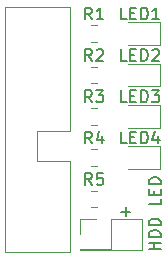
<source format=gbr>
G04 #@! TF.GenerationSoftware,KiCad,Pcbnew,(5.1.0-0)*
G04 #@! TF.CreationDate,2019-08-08T23:34:54-04:00*
G04 #@! TF.ProjectId,Dell Optiplex Front Panel LED Indicator Adapter,44656c6c-204f-4707-9469-706c65782046,rev?*
G04 #@! TF.SameCoordinates,Original*
G04 #@! TF.FileFunction,Legend,Top*
G04 #@! TF.FilePolarity,Positive*
%FSLAX46Y46*%
G04 Gerber Fmt 4.6, Leading zero omitted, Abs format (unit mm)*
G04 Created by KiCad (PCBNEW (5.1.0-0)) date 2019-08-08 23:34:54*
%MOMM*%
%LPD*%
G04 APERTURE LIST*
%ADD10C,0.120000*%
%ADD11C,0.150000*%
G04 APERTURE END LIST*
D10*
X143000000Y-84000000D02*
X148500000Y-84000000D01*
X143000000Y-63250000D02*
X143000000Y-84000000D01*
X148500000Y-63250000D02*
X143000000Y-63250000D01*
X148500000Y-73750000D02*
X148500000Y-63250000D01*
X145750000Y-73750000D02*
X148500000Y-73750000D01*
X145750000Y-76250000D02*
X145750000Y-73750000D01*
X148500000Y-76250000D02*
X145750000Y-76250000D01*
X148500000Y-84000000D02*
X148500000Y-76250000D01*
D11*
X152869047Y-80571428D02*
X153630952Y-80571428D01*
X153250000Y-80952380D02*
X153250000Y-80190476D01*
X156202380Y-83773809D02*
X155202380Y-83773809D01*
X155678571Y-83773809D02*
X155678571Y-83202380D01*
X156202380Y-83202380D02*
X155202380Y-83202380D01*
X156202380Y-82726190D02*
X155202380Y-82726190D01*
X155202380Y-82488095D01*
X155250000Y-82345238D01*
X155345238Y-82250000D01*
X155440476Y-82202380D01*
X155630952Y-82154761D01*
X155773809Y-82154761D01*
X155964285Y-82202380D01*
X156059523Y-82250000D01*
X156154761Y-82345238D01*
X156202380Y-82488095D01*
X156202380Y-82726190D01*
X156202380Y-81726190D02*
X155202380Y-81726190D01*
X155202380Y-81488095D01*
X155250000Y-81345238D01*
X155345238Y-81250000D01*
X155440476Y-81202380D01*
X155630952Y-81154761D01*
X155773809Y-81154761D01*
X155964285Y-81202380D01*
X156059523Y-81250000D01*
X156154761Y-81345238D01*
X156202380Y-81488095D01*
X156202380Y-81726190D01*
X156202380Y-79488095D02*
X156202380Y-79964285D01*
X155202380Y-79964285D01*
X155678571Y-79154761D02*
X155678571Y-78821428D01*
X156202380Y-78678571D02*
X156202380Y-79154761D01*
X155202380Y-79154761D01*
X155202380Y-78678571D01*
X156202380Y-78250000D02*
X155202380Y-78250000D01*
X155202380Y-78011904D01*
X155250000Y-77869047D01*
X155345238Y-77773809D01*
X155440476Y-77726190D01*
X155630952Y-77678571D01*
X155773809Y-77678571D01*
X155964285Y-77726190D01*
X156059523Y-77773809D01*
X156154761Y-77869047D01*
X156202380Y-78011904D01*
X156202380Y-78250000D01*
D10*
X149420000Y-81170000D02*
X150750000Y-81170000D01*
X149420000Y-82500000D02*
X149420000Y-81170000D01*
X152020000Y-81170000D02*
X154620000Y-81170000D01*
X152020000Y-83770000D02*
X152020000Y-81170000D01*
X149420000Y-83770000D02*
X152020000Y-83770000D01*
X154620000Y-81170000D02*
X154620000Y-83830000D01*
X149420000Y-83770000D02*
X149420000Y-83830000D01*
X149420000Y-83830000D02*
X154620000Y-83830000D01*
X153438000Y-66460000D02*
X156123000Y-66460000D01*
X156123000Y-66460000D02*
X156123000Y-64540000D01*
X156123000Y-64540000D02*
X153438000Y-64540000D01*
X156123000Y-68040000D02*
X153438000Y-68040000D01*
X156123000Y-69960000D02*
X156123000Y-68040000D01*
X153438000Y-69960000D02*
X156123000Y-69960000D01*
X153438000Y-73460000D02*
X156123000Y-73460000D01*
X156123000Y-73460000D02*
X156123000Y-71540000D01*
X156123000Y-71540000D02*
X153438000Y-71540000D01*
X156123000Y-75040000D02*
X153438000Y-75040000D01*
X156123000Y-76960000D02*
X156123000Y-75040000D01*
X153438000Y-76960000D02*
X156123000Y-76960000D01*
X150303422Y-78790000D02*
X150820578Y-78790000D01*
X150303422Y-80210000D02*
X150820578Y-80210000D01*
X150303422Y-66210000D02*
X150820578Y-66210000D01*
X150303422Y-64790000D02*
X150820578Y-64790000D01*
X150303422Y-68290000D02*
X150820578Y-68290000D01*
X150303422Y-69710000D02*
X150820578Y-69710000D01*
X150303422Y-73210000D02*
X150820578Y-73210000D01*
X150303422Y-71790000D02*
X150820578Y-71790000D01*
X150303422Y-75290000D02*
X150820578Y-75290000D01*
X150303422Y-76710000D02*
X150820578Y-76710000D01*
D11*
X153318952Y-64302380D02*
X152842761Y-64302380D01*
X152842761Y-63302380D01*
X153652285Y-63778571D02*
X153985619Y-63778571D01*
X154128476Y-64302380D02*
X153652285Y-64302380D01*
X153652285Y-63302380D01*
X154128476Y-63302380D01*
X154557047Y-64302380D02*
X154557047Y-63302380D01*
X154795142Y-63302380D01*
X154938000Y-63350000D01*
X155033238Y-63445238D01*
X155080857Y-63540476D01*
X155128476Y-63730952D01*
X155128476Y-63873809D01*
X155080857Y-64064285D01*
X155033238Y-64159523D01*
X154938000Y-64254761D01*
X154795142Y-64302380D01*
X154557047Y-64302380D01*
X156080857Y-64302380D02*
X155509428Y-64302380D01*
X155795142Y-64302380D02*
X155795142Y-63302380D01*
X155699904Y-63445238D01*
X155604666Y-63540476D01*
X155509428Y-63588095D01*
X153318952Y-67802380D02*
X152842761Y-67802380D01*
X152842761Y-66802380D01*
X153652285Y-67278571D02*
X153985619Y-67278571D01*
X154128476Y-67802380D02*
X153652285Y-67802380D01*
X153652285Y-66802380D01*
X154128476Y-66802380D01*
X154557047Y-67802380D02*
X154557047Y-66802380D01*
X154795142Y-66802380D01*
X154938000Y-66850000D01*
X155033238Y-66945238D01*
X155080857Y-67040476D01*
X155128476Y-67230952D01*
X155128476Y-67373809D01*
X155080857Y-67564285D01*
X155033238Y-67659523D01*
X154938000Y-67754761D01*
X154795142Y-67802380D01*
X154557047Y-67802380D01*
X155509428Y-66897619D02*
X155557047Y-66850000D01*
X155652285Y-66802380D01*
X155890380Y-66802380D01*
X155985619Y-66850000D01*
X156033238Y-66897619D01*
X156080857Y-66992857D01*
X156080857Y-67088095D01*
X156033238Y-67230952D01*
X155461809Y-67802380D01*
X156080857Y-67802380D01*
X153318952Y-71302380D02*
X152842761Y-71302380D01*
X152842761Y-70302380D01*
X153652285Y-70778571D02*
X153985619Y-70778571D01*
X154128476Y-71302380D02*
X153652285Y-71302380D01*
X153652285Y-70302380D01*
X154128476Y-70302380D01*
X154557047Y-71302380D02*
X154557047Y-70302380D01*
X154795142Y-70302380D01*
X154938000Y-70350000D01*
X155033238Y-70445238D01*
X155080857Y-70540476D01*
X155128476Y-70730952D01*
X155128476Y-70873809D01*
X155080857Y-71064285D01*
X155033238Y-71159523D01*
X154938000Y-71254761D01*
X154795142Y-71302380D01*
X154557047Y-71302380D01*
X155461809Y-70302380D02*
X156080857Y-70302380D01*
X155747523Y-70683333D01*
X155890380Y-70683333D01*
X155985619Y-70730952D01*
X156033238Y-70778571D01*
X156080857Y-70873809D01*
X156080857Y-71111904D01*
X156033238Y-71207142D01*
X155985619Y-71254761D01*
X155890380Y-71302380D01*
X155604666Y-71302380D01*
X155509428Y-71254761D01*
X155461809Y-71207142D01*
X153318952Y-74802380D02*
X152842761Y-74802380D01*
X152842761Y-73802380D01*
X153652285Y-74278571D02*
X153985619Y-74278571D01*
X154128476Y-74802380D02*
X153652285Y-74802380D01*
X153652285Y-73802380D01*
X154128476Y-73802380D01*
X154557047Y-74802380D02*
X154557047Y-73802380D01*
X154795142Y-73802380D01*
X154938000Y-73850000D01*
X155033238Y-73945238D01*
X155080857Y-74040476D01*
X155128476Y-74230952D01*
X155128476Y-74373809D01*
X155080857Y-74564285D01*
X155033238Y-74659523D01*
X154938000Y-74754761D01*
X154795142Y-74802380D01*
X154557047Y-74802380D01*
X155985619Y-74135714D02*
X155985619Y-74802380D01*
X155747523Y-73754761D02*
X155509428Y-74469047D01*
X156128476Y-74469047D01*
X150395333Y-78302380D02*
X150062000Y-77826190D01*
X149823904Y-78302380D02*
X149823904Y-77302380D01*
X150204857Y-77302380D01*
X150300095Y-77350000D01*
X150347714Y-77397619D01*
X150395333Y-77492857D01*
X150395333Y-77635714D01*
X150347714Y-77730952D01*
X150300095Y-77778571D01*
X150204857Y-77826190D01*
X149823904Y-77826190D01*
X151300095Y-77302380D02*
X150823904Y-77302380D01*
X150776285Y-77778571D01*
X150823904Y-77730952D01*
X150919142Y-77683333D01*
X151157238Y-77683333D01*
X151252476Y-77730952D01*
X151300095Y-77778571D01*
X151347714Y-77873809D01*
X151347714Y-78111904D01*
X151300095Y-78207142D01*
X151252476Y-78254761D01*
X151157238Y-78302380D01*
X150919142Y-78302380D01*
X150823904Y-78254761D01*
X150776285Y-78207142D01*
X150395333Y-64302380D02*
X150062000Y-63826190D01*
X149823904Y-64302380D02*
X149823904Y-63302380D01*
X150204857Y-63302380D01*
X150300095Y-63350000D01*
X150347714Y-63397619D01*
X150395333Y-63492857D01*
X150395333Y-63635714D01*
X150347714Y-63730952D01*
X150300095Y-63778571D01*
X150204857Y-63826190D01*
X149823904Y-63826190D01*
X151347714Y-64302380D02*
X150776285Y-64302380D01*
X151062000Y-64302380D02*
X151062000Y-63302380D01*
X150966761Y-63445238D01*
X150871523Y-63540476D01*
X150776285Y-63588095D01*
X150395333Y-67802380D02*
X150062000Y-67326190D01*
X149823904Y-67802380D02*
X149823904Y-66802380D01*
X150204857Y-66802380D01*
X150300095Y-66850000D01*
X150347714Y-66897619D01*
X150395333Y-66992857D01*
X150395333Y-67135714D01*
X150347714Y-67230952D01*
X150300095Y-67278571D01*
X150204857Y-67326190D01*
X149823904Y-67326190D01*
X150776285Y-66897619D02*
X150823904Y-66850000D01*
X150919142Y-66802380D01*
X151157238Y-66802380D01*
X151252476Y-66850000D01*
X151300095Y-66897619D01*
X151347714Y-66992857D01*
X151347714Y-67088095D01*
X151300095Y-67230952D01*
X150728666Y-67802380D01*
X151347714Y-67802380D01*
X150395333Y-71302380D02*
X150062000Y-70826190D01*
X149823904Y-71302380D02*
X149823904Y-70302380D01*
X150204857Y-70302380D01*
X150300095Y-70350000D01*
X150347714Y-70397619D01*
X150395333Y-70492857D01*
X150395333Y-70635714D01*
X150347714Y-70730952D01*
X150300095Y-70778571D01*
X150204857Y-70826190D01*
X149823904Y-70826190D01*
X150728666Y-70302380D02*
X151347714Y-70302380D01*
X151014380Y-70683333D01*
X151157238Y-70683333D01*
X151252476Y-70730952D01*
X151300095Y-70778571D01*
X151347714Y-70873809D01*
X151347714Y-71111904D01*
X151300095Y-71207142D01*
X151252476Y-71254761D01*
X151157238Y-71302380D01*
X150871523Y-71302380D01*
X150776285Y-71254761D01*
X150728666Y-71207142D01*
X150395333Y-74802380D02*
X150062000Y-74326190D01*
X149823904Y-74802380D02*
X149823904Y-73802380D01*
X150204857Y-73802380D01*
X150300095Y-73850000D01*
X150347714Y-73897619D01*
X150395333Y-73992857D01*
X150395333Y-74135714D01*
X150347714Y-74230952D01*
X150300095Y-74278571D01*
X150204857Y-74326190D01*
X149823904Y-74326190D01*
X151252476Y-74135714D02*
X151252476Y-74802380D01*
X151014380Y-73754761D02*
X150776285Y-74469047D01*
X151395333Y-74469047D01*
M02*

</source>
